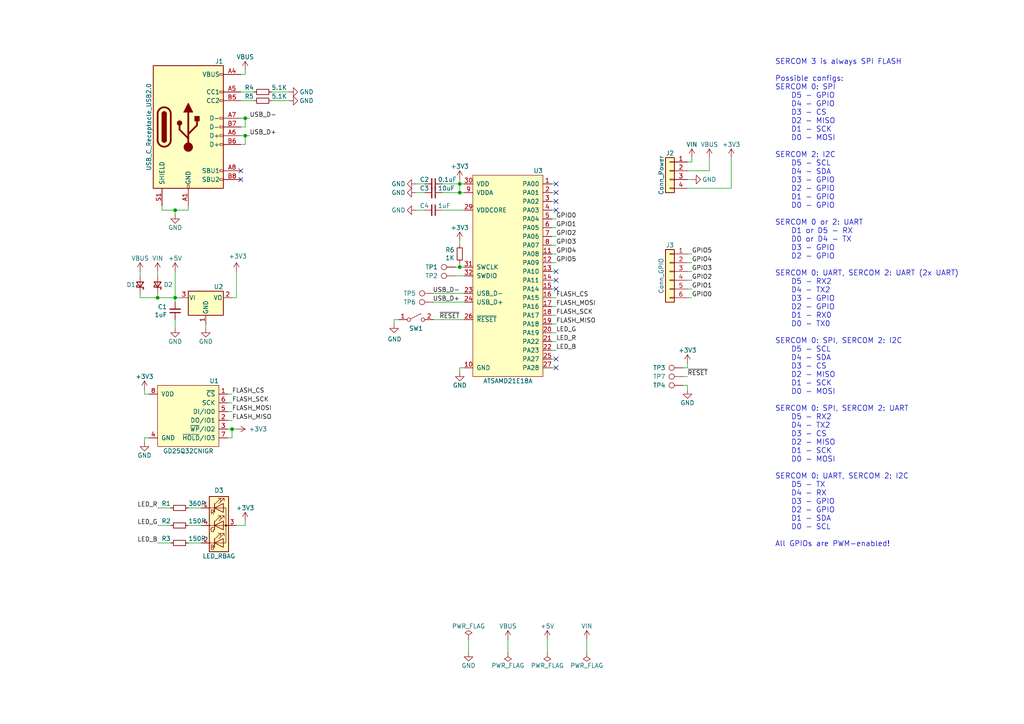
<source format=kicad_sch>
(kicad_sch (version 20230121) (generator eeschema)
  (paper "A4")
  (title_block (title "Serpente") (rev "2"))
  (lib_symbols
    (symbol "Connector:TestPoint" (pin_numbers hide) (pin_names (offset 0.762) hide)
      (property "Reference" "TP" (at 0 6.858 0))
      (property "Value" "TestPoint" (at 0 5.08 0))
      (symbol "TestPoint_0_1"
        (circle (center 0 3.302) (radius 0.762))
      )
      (symbol "TestPoint_1_1"
        (pin passive line (at 0 0 90) (length 2.54) (name "1") (number "1"))
      )
    )
    (symbol "Connector_Generic:Conn_01x04" (pin_names (offset 1.016) hide)
      (property "Reference" "J" (at 0 5.08 0))
      (property "Value" "Conn_01x04" (at 0 -7.62 0))
      (symbol "Conn_01x04_1_1"
        (rectangle (start -1.27 -4.953) (end 0 -5.207) (stroke (width 0.1524)))
        (rectangle (start -1.27 -2.413) (end 0 -2.667) (stroke (width 0.1524)))
        (rectangle (start -1.27 0.127) (end 0 -0.127) (stroke (width 0.1524)))
        (rectangle (start -1.27 2.667) (end 0 2.413) (stroke (width 0.1524)))
        (rectangle (start -1.27 3.81) (end 1.27 -6.35) (stroke (width 0.254)) (fill (type background)))
        (pin passive line (at -5.08 2.54 0) (length 3.81) (name "Pin_1") (number "1"))
        (pin passive line (at -5.08 0 0) (length 3.81) (name "Pin_2") (number "2"))
        (pin passive line (at -5.08 -2.54 0) (length 3.81) (name "Pin_3") (number "3"))
        (pin passive line (at -5.08 -5.08 0) (length 3.81) (name "Pin_4") (number "4"))
      )
    )
    (symbol "Connector_Generic:Conn_01x06" (pin_names (offset 1.016) hide)
      (property "Reference" "J" (at 0 7.62 0))
      (property "Value" "Conn_01x06" (at 0 -10.16 0))
      (symbol "Conn_01x06_1_1"
        (rectangle (start -1.27 -7.493) (end 0 -7.747) (stroke (width 0.1524)))
        (rectangle (start -1.27 -4.953) (end 0 -5.207) (stroke (width 0.1524)))
        (rectangle (start -1.27 -2.413) (end 0 -2.667) (stroke (width 0.1524)))
        (rectangle (start -1.27 0.127) (end 0 -0.127) (stroke (width 0.1524)))
        (rectangle (start -1.27 2.667) (end 0 2.413) (stroke (width 0.1524)))
        (rectangle (start -1.27 5.207) (end 0 4.953) (stroke (width 0.1524)))
        (rectangle (start -1.27 6.35) (end 1.27 -8.89) (stroke (width 0.254)) (fill (type background)))
        (pin passive line (at -5.08 5.08 0) (length 3.81) (name "Pin_1") (number "1"))
        (pin passive line (at -5.08 2.54 0) (length 3.81) (name "Pin_2") (number "2"))
        (pin passive line (at -5.08 0 0) (length 3.81) (name "Pin_3") (number "3"))
        (pin passive line (at -5.08 -2.54 0) (length 3.81) (name "Pin_4") (number "4"))
        (pin passive line (at -5.08 -5.08 0) (length 3.81) (name "Pin_5") (number "5"))
        (pin passive line (at -5.08 -7.62 0) (length 3.81) (name "Pin_6") (number "6"))
      )
    )
    (symbol "Device:C_Small" (pin_numbers hide) (pin_names (offset 0.254) hide)
      (property "Reference" "C" (at 0.254 1.778 0))
      (property "Value" "C_Small" (at 0.254 -2.032 0))
      (symbol "C_Small_0_1"
        (polyline (pts (xy -1.524 -0.508) (xy 1.524 -0.508)) (stroke (width 0.3302)))
        (polyline (pts (xy -1.524 0.508) (xy 1.524 0.508)) (stroke (width 0.3048)))
      )
      (symbol "C_Small_1_1"
        (pin passive line (at 0 2.54 270) (length 2.032) (name "~") (number "1"))
        (pin passive line (at 0 -2.54 90) (length 2.032) (name "~") (number "2"))
      )
    )
    (symbol "Device:D_Schottky_Small" (pin_numbers hide) (pin_names (offset 0.254) hide)
      (property "Reference" "D" (at -1.27 2.032 0))
      (property "Value" "D_Schottky_Small" (at -7.112 -2.032 0))
      (symbol "D_Schottky_Small_0_1"
        (polyline (pts (xy -0.762 0) (xy 0.762 0)))
        (polyline (pts (xy 0.762 -1.016) (xy -0.762 0) (xy 0.762 1.016) (xy 0.762 -1.016)) (stroke (width 0.254)))
        (polyline (pts (xy -1.27 0.762) (xy -1.27 1.016) (xy -0.762 1.016) (xy -0.762 -1.016) (xy -0.254 -1.016) (xy -0.254 -0.762)) (stroke (width 0.254)))
      )
      (symbol "D_Schottky_Small_1_1"
        (pin passive line (at -2.54 0 0) (length 1.778) (name "K") (number "1"))
        (pin passive line (at 2.54 0 180) (length 1.778) (name "A") (number "2"))
      )
    )
    (symbol "Device:R_Small" (pin_numbers hide) (pin_names (offset 0.254) hide)
      (property "Reference" "R" (at 0.762 0.508 0))
      (property "Value" "R_Small" (at 0.762 -1.016 0))
      (symbol "R_Small_0_1"
        (rectangle (start -0.762 1.778) (end 0.762 -1.778) (stroke (width 0.2032)))
      )
      (symbol "R_Small_1_1"
        (pin passive line (at 0 2.54 270) (length 0.762) (name "~") (number "1"))
        (pin passive line (at 0 -2.54 90) (length 0.762) (name "~") (number "2"))
      )
    )
    (symbol "Switch:SW_SPST" (pin_names (offset 0) hide)
      (property "Reference" "SW" (at 0 3.175 0))
      (property "Value" "SW_SPST" (at 0 -2.54 0))
      (symbol "SW_SPST_0_0"
        (circle (center -2.032 0) (radius 0.508))
        (polyline (pts (xy -1.524 0.254) (xy 1.524 1.778)))
        (circle (center 2.032 0) (radius 0.508))
      )
      (symbol "SW_SPST_1_1"
        (pin passive line (at -5.08 0 0) (length 2.54) (name "A") (number "1"))
        (pin passive line (at 5.08 0 180) (length 2.54) (name "B") (number "2"))
      )
    )
    (symbol "power:+5V" (power) (pin_names (offset 0))
      (property "Value" "+5V" (at 0 3.556 0))
      (symbol "+5V_0_1"
        (polyline (pts (xy -0.762 1.27) (xy 0 2.54)))
        (polyline (pts (xy 0 0) (xy 0 2.54)))
        (polyline (pts (xy 0 2.54) (xy 0.762 1.27)))
      )
      (symbol "+5V_1_1"
        (pin power_in line (at 0 0 90) (length 0) hide (name "+5V") (number "1"))
      )
    )
    (symbol "power:GND" (power) (pin_names (offset 0))
      (property "Value" "GND" (at 0 -3.81 0))
      (symbol "GND_0_1"
        (polyline (pts (xy 0 0) (xy 0 -1.27) (xy 1.27 -1.27) (xy 0 -2.54) (xy -1.27 -1.27) (xy 0 -1.27)))
      )
      (symbol "GND_1_1"
        (pin power_in line (at 0 0 270) (length 0) hide (name "GND") (number "1"))
      )
    )
    (symbol "power:PWR_FLAG" (power) (pin_numbers hide) (pin_names (offset 0) hide)
      (property "Value" "PWR_FLAG" (at 0 3.81 0))
      (symbol "PWR_FLAG_0_0"
        (pin power_out line (at 0 0 90) (length 0) (name "pwr") (number "1"))
      )
      (symbol "PWR_FLAG_0_1"
        (polyline (pts (xy 0 0) (xy 0 1.27) (xy -1.016 1.905) (xy 0 2.54) (xy 1.016 1.905) (xy 0 1.27)))
      )
    )
    (symbol "power:VBUS" (power) (pin_names (offset 0))
      (property "Value" "VBUS" (at 0 3.81 0))
      (symbol "VBUS_0_1"
        (polyline (pts (xy -0.762 1.27) (xy 0 2.54)))
        (polyline (pts (xy 0 0) (xy 0 2.54)))
        (polyline (pts (xy 0 2.54) (xy 0.762 1.27)))
      )
      (symbol "VBUS_1_1"
        (pin power_in line (at 0 0 90) (length 0) hide (name "VBUS") (number "1"))
      )
    )
    (symbol "serpente-rescue:+3.3V-power" (power) (pin_names (offset 0))
      (property "Value" "+3.3V-power" (at 0 3.556 0))
      (symbol "+3.3V-power_0_1"
        (polyline (pts (xy -0.762 1.27) (xy 0 2.54)))
        (polyline (pts (xy 0 0) (xy 0 2.54)))
        (polyline (pts (xy 0 2.54) (xy 0.762 1.27)))
      )
      (symbol "+3.3V-power_1_1"
        (pin power_in line (at 0 0 90) (length 0) hide (name "+3V3") (number "1"))
      )
    )
    (symbol "serpente-rescue:ATSAMD21E1xA-MCU_Microchip_SAMD_Extra" (pin_names (offset 1.016))
      (property "Reference" "U" (at 10.16 31.75 0))
      (property "Value" "MCU_Microchip_SAMD_Extra_ATSAMD21E1xA" (at 0 -29.21 0))
      (symbol "ATSAMD21E1xA-MCU_Microchip_SAMD_Extra_0_1"
        (rectangle (start -10.16 30.48) (end 10.16 -27.94) (fill (type background)))
      )
      (symbol "ATSAMD21E1xA-MCU_Microchip_SAMD_Extra_1_1"
        (pin bidirectional line (at 12.7 27.94 180) (length 2.54) (name "PA00") (number "1"))
        (pin power_in line (at -12.7 -25.4 0) (length 2.54) (name "GND") (number "10"))
        (pin bidirectional line (at 12.7 7.62 180) (length 2.54) (name "PA08") (number "11"))
        (pin bidirectional line (at 12.7 5.08 180) (length 2.54) (name "PA09") (number "12"))
        (pin bidirectional line (at 12.7 2.54 180) (length 2.54) (name "PA10") (number "13"))
        (pin bidirectional line (at 12.7 0 180) (length 2.54) (name "PA11") (number "14"))
        (pin bidirectional line (at 12.7 -2.54 180) (length 2.54) (name "PA14") (number "15"))
        (pin bidirectional line (at 12.7 -5.08 180) (length 2.54) (name "PA15") (number "16"))
        (pin bidirectional line (at 12.7 -7.62 180) (length 2.54) (name "PA16") (number "17"))
        (pin bidirectional line (at 12.7 -10.16 180) (length 2.54) (name "PA17") (number "18"))
        (pin bidirectional line (at 12.7 -12.7 180) (length 2.54) (name "PA18") (number "19"))
        (pin bidirectional line (at 12.7 25.4 180) (length 2.54) (name "PA01") (number "2"))
        (pin bidirectional line (at 12.7 -15.24 180) (length 2.54) (name "PA19") (number "20"))
        (pin bidirectional line (at 12.7 -17.78 180) (length 2.54) (name "PA22") (number "21"))
        (pin bidirectional line (at 12.7 -20.32 180) (length 2.54) (name "PA23") (number "22"))
        (pin bidirectional line (at -12.7 -3.81 0) (length 2.54) (name "USB_D-") (number "23"))
        (pin bidirectional line (at -12.7 -6.35 0) (length 2.54) (name "USB_D+") (number "24"))
        (pin bidirectional line (at 12.7 -22.86 180) (length 2.54) (name "PA27") (number "25"))
        (pin input line (at -12.7 -11.43 0) (length 2.54) (name "~{RESET}") (number "26"))
        (pin bidirectional line (at 12.7 -25.4 180) (length 2.54) (name "PA28") (number "27"))
        (pin passive line (at -12.7 -25.4 0) (length 2.54) hide (name "GND") (number "28"))
        (pin power_out line (at -12.7 20.32 0) (length 2.54) (name "VDDCORE") (number "29"))
        (pin bidirectional line (at 12.7 22.86 180) (length 2.54) (name "PA02") (number "3"))
        (pin power_in line (at -12.7 27.94 0) (length 2.54) (name "VDD") (number "30"))
        (pin input line (at -12.7 3.81 0) (length 2.54) (name "SWCLK") (number "31"))
        (pin bidirectional line (at -12.7 1.27 0) (length 2.54) (name "SWDIO") (number "32"))
        (pin bidirectional line (at 12.7 20.32 180) (length 2.54) (name "PA03") (number "4"))
        (pin bidirectional line (at 12.7 17.78 180) (length 2.54) (name "PA04") (number "5"))
        (pin bidirectional line (at 12.7 15.24 180) (length 2.54) (name "PA05") (number "6"))
        (pin bidirectional line (at 12.7 12.7 180) (length 2.54) (name "PA06") (number "7"))
        (pin bidirectional line (at 12.7 10.16 180) (length 2.54) (name "PA07") (number "8"))
        (pin power_in line (at -12.7 25.4 0) (length 2.54) (name "VDDA") (number "9"))
      )
    )
    (symbol "serpente-rescue:GD25Q32C-Memory_Flash_Extra" (pin_names (offset 1.016))
      (property "Reference" "U" (at 8.89 10.16 0))
      (property "Value" "Memory_Flash_Extra_GD25Q32C" (at 0 -10.16 0))
      (symbol "GD25Q32C-Memory_Flash_Extra_0_1"
        (rectangle (start -8.89 8.89) (end 8.89 -8.89) (fill (type background)))
      )
      (symbol "GD25Q32C-Memory_Flash_Extra_1_1"
        (pin input line (at 11.43 6.35 180) (length 2.54) (name "~{CS}") (number "1"))
        (pin bidirectional line (at 11.43 -1.27 180) (length 2.54) (name "DO/IO1") (number "2"))
        (pin bidirectional line (at 11.43 -3.81 180) (length 2.54) (name "~{WP}/IO2") (number "3"))
        (pin power_in line (at -11.43 -6.35 0) (length 2.54) (name "GND") (number "4"))
        (pin bidirectional line (at 11.43 1.27 180) (length 2.54) (name "DI/IO0") (number "5"))
        (pin input line (at 11.43 3.81 180) (length 2.54) (name "SCK") (number "6"))
        (pin bidirectional line (at 11.43 -6.35 180) (length 2.54) (name "~{HOLD}/IO3") (number "7"))
        (pin power_in line (at -11.43 6.35 0) (length 2.54) (name "VDD") (number "8"))
      )
    )
    (symbol "serpente-rescue:LED_RBAG-Device_Extra" (pin_names (offset 0) hide)
      (property "Reference" "D" (at 0 9.398 0))
      (property "Value" "Device_Extra_LED_RBAG" (at 0 -8.89 0))
      (symbol "LED_RBAG-Device_Extra_0_0"
        (text "B" (at -1.905 -6.35 0) (effects (font (size 1.27 1.27))))
        (text "G" (at -1.905 -1.27 0) (effects (font (size 1.27 1.27))))
        (text "R" (at -1.905 3.81 0) (effects (font (size 1.27 1.27))))
      )
      (symbol "LED_RBAG-Device_Extra_0_1"
        (polyline (pts (xy -1.27 -5.08) (xy -2.54 -5.08)))
        (polyline (pts (xy -1.27 -5.08) (xy 1.27 -5.08)))
        (polyline (pts (xy -1.27 -3.81) (xy -1.27 -6.35)))
        (polyline (pts (xy -1.27 -3.81) (xy -1.27 -6.35)) (stroke (width 0.2032)))
        (polyline (pts (xy -1.27 0) (xy -2.54 0)))
        (polyline (pts (xy -1.27 0) (xy 1.27 0)))
        (polyline (pts (xy -1.27 1.27) (xy -1.27 -1.27)) (stroke (width 0.2032)))
        (polyline (pts (xy -1.27 5.08) (xy -2.54 5.08)))
        (polyline (pts (xy -1.27 6.35) (xy -1.27 3.81)) (stroke (width 0.2032)))
        (polyline (pts (xy 1.27 0) (xy 2.54 0)))
        (polyline (pts (xy 1.27 5.08) (xy -1.27 5.08)))
        (polyline (pts (xy -1.27 1.27) (xy -1.27 -1.27) (xy -1.27 -1.27)))
        (polyline (pts (xy -1.27 6.35) (xy -1.27 3.81) (xy -1.27 3.81)))
        (polyline (pts (xy 1.27 -5.08) (xy 2.032 -5.08) (xy 2.032 5.08) (xy 1.27 5.08)))
        (polyline (pts (xy 1.27 -3.81) (xy 1.27 -6.35) (xy -1.27 -5.08) (xy 1.27 -3.81)) (stroke (width 0.2032)))
        (polyline (pts (xy 1.27 1.27) (xy 1.27 -1.27) (xy -1.27 0) (xy 1.27 1.27)) (stroke (width 0.2032)))
        (polyline (pts (xy 1.27 6.35) (xy 1.27 3.81) (xy -1.27 5.08) (xy 1.27 6.35)) (stroke (width 0.2032)))
        (polyline (pts (xy -1.016 -3.81) (xy 0.508 -2.286) (xy -0.254 -2.286) (xy 0.508 -2.286) (xy 0.508 -3.048)))
        (polyline (pts (xy -1.016 1.27) (xy 0.508 2.794) (xy -0.254 2.794) (xy 0.508 2.794) (xy 0.508 2.032)))
        (polyline (pts (xy -1.016 6.35) (xy 0.508 7.874) (xy -0.254 7.874) (xy 0.508 7.874) (xy 0.508 7.112)))
        (polyline (pts (xy 0 -3.81) (xy 1.524 -2.286) (xy 0.762 -2.286) (xy 1.524 -2.286) (xy 1.524 -3.048)))
        (polyline (pts (xy 0 1.27) (xy 1.524 2.794) (xy 0.762 2.794) (xy 1.524 2.794) (xy 1.524 2.032)))
        (polyline (pts (xy 0 6.35) (xy 1.524 7.874) (xy 0.762 7.874) (xy 1.524 7.874) (xy 1.524 7.112)))
        (rectangle (start 1.27 -1.27) (end 1.27 1.27))
        (rectangle (start 1.27 1.27) (end 1.27 1.27))
        (rectangle (start 1.27 3.81) (end 1.27 6.35))
        (rectangle (start 1.27 6.35) (end 1.27 6.35))
        (circle (center 2.032 0) (radius 0.254) (fill (type outline)))
        (rectangle (start 2.794 8.382) (end -2.794 -7.62) (stroke (width 0.254)) (fill (type background)))
      )
      (symbol "LED_RBAG-Device_Extra_1_1"
        (pin passive line (at -5.08 5.08 0) (length 2.54) (name "RK") (number "1"))
        (pin passive line (at -5.08 -5.08 0) (length 2.54) (name "BK") (number "2"))
        (pin passive line (at 5.08 0 180) (length 2.54) (name "A") (number "3"))
        (pin passive line (at -5.08 0 0) (length 2.54) (name "GK") (number "4"))
      )
    )
    (symbol "serpente-rescue:MCP1700-3302E_SOT23-Regulator_Linear" (pin_names (offset 0.254))
      (property "Reference" "U" (at -3.81 3.175 0))
      (property "Value" "Regulator_Linear_MCP1700-3302E_SOT23" (at 0 3.175 0))
      (symbol "MCP1700-3302E_SOT23-Regulator_Linear_0_1"
        (rectangle (start -5.08 1.905) (end 5.08 -5.08) (stroke (width 0.254)) (fill (type background)))
      )
      (symbol "MCP1700-3302E_SOT23-Regulator_Linear_1_1"
        (pin power_in line (at 0 -7.62 90) (length 2.54) (name "GND") (number "1"))
        (pin power_out line (at 7.62 0 180) (length 2.54) (name "VO") (number "2"))
        (pin power_in line (at -7.62 0 0) (length 2.54) (name "VI") (number "3"))
      )
    )
    (symbol "serpente-rescue:USB_C_Receptacle_USB2.0-Connector" (pin_names (offset 1.016))
      (property "Reference" "J" (at -10.16 19.05 0))
      (property "Value" "Connector_USB_C_Receptacle_USB2.0" (at 19.05 19.05 0))
      (symbol "USB_C_Receptacle_USB2.0-Connector_0_0"
        (rectangle (start -0.254 -17.78) (end 0.254 -16.764))
        (rectangle (start 10.16 -14.986) (end 9.144 -15.494))
        (rectangle (start 10.16 -12.446) (end 9.144 -12.954))
        (rectangle (start 10.16 -4.826) (end 9.144 -5.334))
        (rectangle (start 10.16 -2.286) (end 9.144 -2.794))
        (rectangle (start 10.16 0.254) (end 9.144 -0.254))
        (rectangle (start 10.16 2.794) (end 9.144 2.286))
        (rectangle (start 10.16 7.874) (end 9.144 7.366))
        (rectangle (start 10.16 10.414) (end 9.144 9.906))
        (rectangle (start 10.16 15.494) (end 9.144 14.986))
      )
      (symbol "USB_C_Receptacle_USB2.0-Connector_0_1"
        (rectangle (start -10.16 17.78) (end 10.16 -17.78) (stroke (width 0.254)) (fill (type background)))
        (arc (start -8.89 -3.81) (mid -6.985 -5.7067) (end -5.08 -3.81) (stroke (width 0.508)))
        (arc (start -7.62 -3.81) (mid -6.985 -4.4423) (end -6.35 -3.81) (stroke (width 0.254)))
        (arc (start -7.62 -3.81) (mid -6.985 -4.4423) (end -6.35 -3.81) (stroke (width 0.254)) (fill (type outline)))
        (rectangle (start -7.62 -3.81) (end -6.35 3.81) (stroke (width 0.254)) (fill (type outline)))
        (arc (start -6.35 3.81) (mid -6.985 4.4423) (end -7.62 3.81) (stroke (width 0.254)))
        (arc (start -6.35 3.81) (mid -6.985 4.4423) (end -7.62 3.81) (stroke (width 0.254)) (fill (type outline)))
        (arc (start -5.08 3.81) (mid -6.985 5.7067) (end -8.89 3.81) (stroke (width 0.508)))
        (circle (center -2.54 1.143) (radius 0.635) (stroke (width 0.254)) (fill (type outline)))
        (circle (center 0 -5.842) (radius 1.27) (fill (type outline)))
        (polyline (pts (xy -8.89 -3.81) (xy -8.89 3.81)) (stroke (width 0.508)))
        (polyline (pts (xy -5.08 3.81) (xy -5.08 -3.81)) (stroke (width 0.508)))
        (polyline (pts (xy 0 -5.842) (xy 0 4.318)) (stroke (width 0.508)))
        (polyline (pts (xy 0 -3.302) (xy -2.54 -0.762) (xy -2.54 0.508)) (stroke (width 0.508)))
        (polyline (pts (xy 0 -2.032) (xy 2.54 0.508) (xy 2.54 1.778)) (stroke (width 0.508)))
        (polyline (pts (xy -1.27 4.318) (xy 0 6.858) (xy 1.27 4.318) (xy -1.27 4.318)) (stroke (width 0.254)) (fill (type outline)))
        (rectangle (start 1.905 1.778) (end 3.175 3.048) (stroke (width 0.254)) (fill (type outline)))
      )
      (symbol "USB_C_Receptacle_USB2.0-Connector_1_1"
        (pin power_in line (at 0 -22.86 90) (length 5.08) (name "GND") (number "A1"))
        (pin passive line (at 0 -22.86 90) (length 5.08) hide (name "GND") (number "A12"))
        (pin power_in line (at 15.24 15.24 180) (length 5.08) (name "VBUS") (number "A4"))
        (pin bidirectional line (at 15.24 10.16 180) (length 5.08) (name "CC1") (number "A5"))
        (pin bidirectional line (at 15.24 -2.54 180) (length 5.08) (name "D+") (number "A6"))
        (pin bidirectional line (at 15.24 2.54 180) (length 5.08) (name "D-") (number "A7"))
        (pin bidirectional line (at 15.24 -12.7 180) (length 5.08) (name "SBU1") (number "A8"))
        (pin passive line (at 15.24 15.24 180) (length 5.08) hide (name "VBUS") (number "A9"))
        (pin passive line (at 0 -22.86 90) (length 5.08) hide (name "GND") (number "B1"))
        (pin passive line (at 0 -22.86 90) (length 5.08) hide (name "GND") (number "B12"))
        (pin passive line (at 15.24 15.24 180) (length 5.08) hide (name "VBUS") (number "B4"))
        (pin bidirectional line (at 15.24 7.62 180) (length 5.08) (name "CC2") (number "B5"))
        (pin bidirectional line (at 15.24 -5.08 180) (length 5.08) (name "D+") (number "B6"))
        (pin bidirectional line (at 15.24 0 180) (length 5.08) (name "D-") (number "B7"))
        (pin bidirectional line (at 15.24 -15.24 180) (length 5.08) (name "SBU2") (number "B8"))
        (pin passive line (at 15.24 15.24 180) (length 5.08) hide (name "VBUS") (number "B9"))
        (pin passive line (at -7.62 -22.86 90) (length 5.08) (name "SHIELD") (number "S1"))
      )
    )
    (symbol "serpente-rescue:VIN-power_extra" (power) (pin_names (offset 0))
      (property "Value" "VIN-power_extra" (at 0 3.556 0))
      (symbol "VIN-power_extra_0_1"
        (polyline (pts (xy -0.762 1.27) (xy 0 2.54)))
        (polyline (pts (xy 0 0) (xy 0 2.54)))
        (polyline (pts (xy 0 2.54) (xy 0.762 1.27)))
      )
      (symbol "VIN-power_extra_1_1"
        (pin power_in line (at 0 0 90) (length 0) hide (name "VIN") (number "1"))
      )
    )
  )
  (junction (at 50.8 86.36))
  (junction (at 50.8 60.96))
  (junction (at 71.12 34.29))
  (junction (at 133.35 55.88))
  (junction (at 67.31 124.46))
  (junction (at 45.72 86.36))
  (junction (at 133.35 53.34))
  (junction (at 133.35 77.47))
  (junction (at 71.12 39.37))
  (no_connect (at 161.29 106.68))
  (no_connect (at 161.29 104.14))
  (no_connect (at 161.29 60.96))
  (no_connect (at 69.85 49.53))
  (no_connect (at 161.29 55.88))
  (no_connect (at 161.29 78.74))
  (no_connect (at 161.29 83.82))
  (no_connect (at 161.29 81.28))
  (no_connect (at 69.85 52.07))
  (no_connect (at 161.29 53.34))
  (no_connect (at 161.29 58.42))
  (wire (pts (xy 41.91 114.3) (xy 41.91 113.03)))
  (wire (pts (xy 133.35 77.47) (xy 133.35 76.2)))
  (wire (pts (xy 199.39 83.82) (xy 200.66 83.82)))
  (wire (pts (xy 45.72 86.36) (xy 50.8 86.36)))
  (wire (pts (xy 125.73 85.09) (xy 134.62 85.09)))
  (wire (pts (xy 49.53 152.4) (xy 45.72 152.4)))
  (wire (pts (xy 133.35 53.34) (xy 128.27 53.34)))
  (wire (pts (xy 160.02 99.06) (xy 161.29 99.06)))
  (wire (pts (xy 66.04 121.92) (xy 67.31 121.92)))
  (wire (pts (xy 50.8 60.96) (xy 54.61 60.96)))
  (wire (pts (xy 160.02 83.82) (xy 161.29 83.82)))
  (wire (pts (xy 50.8 86.36) (xy 50.8 87.63)))
  (wire (pts (xy 66.04 114.3) (xy 67.31 114.3)))
  (wire (pts (xy 205.74 49.53) (xy 205.74 45.72)))
  (wire (pts (xy 199.39 49.53) (xy 205.74 49.53)))
  (wire (pts (xy 40.64 86.36) (xy 40.64 85.09)))
  (wire (pts (xy 67.31 86.36) (xy 68.58 86.36)))
  (wire (pts (xy 69.85 34.29) (xy 71.12 34.29)))
  (wire (pts (xy 133.35 77.47) (xy 132.08 77.47)))
  (wire (pts (xy 160.02 104.14) (xy 161.29 104.14)))
  (wire (pts (xy 54.61 60.96) (xy 54.61 59.69)))
  (wire (pts (xy 198.12 109.22) (xy 199.39 109.22)))
  (wire (pts (xy 160.02 73.66) (xy 161.29 73.66)))
  (wire (pts (xy 199.39 78.74) (xy 200.66 78.74)))
  (wire (pts (xy 160.02 58.42) (xy 161.29 58.42)))
  (wire (pts (xy 68.58 86.36) (xy 68.58 78.74)))
  (wire (pts (xy 125.73 92.71) (xy 134.62 92.71)))
  (wire (pts (xy 66.04 116.84) (xy 67.31 116.84)))
  (wire (pts (xy 71.12 152.4) (xy 71.12 151.13)))
  (wire (pts (xy 160.02 63.5) (xy 161.29 63.5)))
  (wire (pts (xy 134.62 55.88) (xy 133.35 55.88)))
  (wire (pts (xy 52.07 86.36) (xy 50.8 86.36)))
  (wire (pts (xy 160.02 106.68) (xy 161.29 106.68)))
  (wire (pts (xy 69.85 29.21) (xy 73.66 29.21)))
  (wire (pts (xy 43.18 127) (xy 41.91 127)))
  (wire (pts (xy 134.62 53.34) (xy 133.35 53.34)))
  (wire (pts (xy 160.02 55.88) (xy 161.29 55.88)))
  (wire (pts (xy 212.09 54.61) (xy 212.09 45.72)))
  (wire (pts (xy 41.91 127) (xy 41.91 128.27)))
  (wire (pts (xy 158.75 185.42) (xy 158.75 189.23)))
  (wire (pts (xy 71.12 41.91) (xy 71.12 39.37)))
  (wire (pts (xy 160.02 60.96) (xy 161.29 60.96)))
  (wire (pts (xy 199.39 111.76) (xy 199.39 113.03)))
  (wire (pts (xy 160.02 101.6) (xy 161.29 101.6)))
  (wire (pts (xy 45.72 85.09) (xy 45.72 86.36)))
  (wire (pts (xy 69.85 41.91) (xy 71.12 41.91)))
  (wire (pts (xy 160.02 68.58) (xy 161.29 68.58)))
  (wire (pts (xy 40.64 80.01) (xy 40.64 78.74)))
  (wire (pts (xy 68.58 152.4) (xy 71.12 152.4)))
  (wire (pts (xy 45.72 86.36) (xy 40.64 86.36)))
  (wire (pts (xy 147.32 185.42) (xy 147.32 189.23)))
  (wire (pts (xy 46.99 60.96) (xy 50.8 60.96)))
  (wire (pts (xy 69.85 26.67) (xy 73.66 26.67)))
  (wire (pts (xy 54.61 157.48) (xy 58.42 157.48)))
  (wire (pts (xy 123.19 55.88) (xy 120.65 55.88)))
  (wire (pts (xy 67.31 127) (xy 67.31 124.46)))
  (wire (pts (xy 45.72 80.01) (xy 45.72 78.74)))
  (wire (pts (xy 45.72 157.48) (xy 49.53 157.48)))
  (wire (pts (xy 160.02 66.04) (xy 161.29 66.04)))
  (wire (pts (xy 66.04 119.38) (xy 67.31 119.38)))
  (wire (pts (xy 199.39 86.36) (xy 200.66 86.36)))
  (wire (pts (xy 115.57 92.71) (xy 114.3 92.71)))
  (wire (pts (xy 135.89 185.42) (xy 135.89 189.23)))
  (wire (pts (xy 69.85 21.59) (xy 71.12 21.59)))
  (wire (pts (xy 199.39 73.66) (xy 200.66 73.66)))
  (wire (pts (xy 133.35 53.34) (xy 133.35 52.07)))
  (wire (pts (xy 67.31 124.46) (xy 68.58 124.46)))
  (wire (pts (xy 160.02 81.28) (xy 161.29 81.28)))
  (wire (pts (xy 128.27 55.88) (xy 133.35 55.88)))
  (wire (pts (xy 123.19 60.96) (xy 120.65 60.96)))
  (wire (pts (xy 71.12 21.59) (xy 71.12 20.32)))
  (wire (pts (xy 46.99 59.69) (xy 46.99 60.96)))
  (wire (pts (xy 54.61 152.4) (xy 58.42 152.4)))
  (wire (pts (xy 199.39 46.99) (xy 200.66 46.99)))
  (wire (pts (xy 133.35 106.68) (xy 133.35 107.95)))
  (wire (pts (xy 123.19 53.34) (xy 120.65 53.34)))
  (wire (pts (xy 200.66 46.99) (xy 200.66 45.72)))
  (wire (pts (xy 43.18 114.3) (xy 41.91 114.3)))
  (wire (pts (xy 50.8 60.96) (xy 50.8 62.23)))
  (wire (pts (xy 71.12 39.37) (xy 72.39 39.37)))
  (wire (pts (xy 134.62 60.96) (xy 128.27 60.96)))
  (wire (pts (xy 50.8 92.71) (xy 50.8 95.25)))
  (wire (pts (xy 199.39 54.61) (xy 212.09 54.61)))
  (wire (pts (xy 71.12 34.29) (xy 72.39 34.29)))
  (wire (pts (xy 66.04 127) (xy 67.31 127)))
  (wire (pts (xy 114.3 92.71) (xy 114.3 93.98)))
  (wire (pts (xy 160.02 91.44) (xy 161.29 91.44)))
  (wire (pts (xy 71.12 36.83) (xy 71.12 34.29)))
  (wire (pts (xy 160.02 88.9) (xy 161.29 88.9)))
  (wire (pts (xy 133.35 55.88) (xy 133.35 53.34)))
  (wire (pts (xy 198.12 106.68) (xy 199.39 106.68)))
  (wire (pts (xy 134.62 106.68) (xy 133.35 106.68)))
  (wire (pts (xy 160.02 71.12) (xy 161.29 71.12)))
  (wire (pts (xy 125.73 87.63) (xy 134.62 87.63)))
  (wire (pts (xy 199.39 76.2) (xy 200.66 76.2)))
  (wire (pts (xy 69.85 36.83) (xy 71.12 36.83)))
  (wire (pts (xy 134.62 77.47) (xy 133.35 77.47)))
  (wire (pts (xy 50.8 86.36) (xy 50.8 78.74)))
  (wire (pts (xy 199.39 52.07) (xy 200.66 52.07)))
  (wire (pts (xy 170.18 185.42) (xy 170.18 189.23)))
  (wire (pts (xy 160.02 78.74) (xy 161.29 78.74)))
  (wire (pts (xy 78.74 26.67) (xy 83.82 26.67)))
  (wire (pts (xy 160.02 96.52) (xy 161.29 96.52)))
  (wire (pts (xy 199.39 81.28) (xy 200.66 81.28)))
  (wire (pts (xy 160.02 93.98) (xy 161.29 93.98)))
  (wire (pts (xy 78.74 29.21) (xy 83.82 29.21)))
  (wire (pts (xy 199.39 106.68) (xy 199.39 105.41)))
  (wire (pts (xy 59.69 93.98) (xy 59.69 95.25)))
  (wire (pts (xy 133.35 71.12) (xy 133.35 69.85)))
  (wire (pts (xy 134.62 80.01) (xy 132.08 80.01)))
  (wire (pts (xy 160.02 76.2) (xy 161.29 76.2)))
  (wire (pts (xy 160.02 86.36) (xy 161.29 86.36)))
  (wire (pts (xy 160.02 53.34) (xy 161.29 53.34)))
  (wire (pts (xy 54.61 147.32) (xy 58.42 147.32)))
  (wire (pts (xy 66.04 124.46) (xy 67.31 124.46)))
  (wire (pts (xy 49.53 147.32) (xy 45.72 147.32)))
  (wire (pts (xy 71.12 39.37) (xy 69.85 39.37)))
  (wire (pts (xy 198.12 111.76) (xy 199.39 111.76)))
  (text "SERCOM 3 is always SPI FLASH\n\nPossible configs:\nSERCOM 0: SPI\n    D5 - GPIO\n    D4 - GPIO\n    D3 - CS\n    D2 - MISO\n    D1 - SCK\n    D0 - MOSI\n    \nSERCOM 2: I2C\n    D5 - SCL\n    D4 - SDA\n    D3 - GPIO\n    D2 - GPIO\n    D1 - GPIO\n    D0 - GPIO\n\nSERCOM 0 or 2: UART\n    D1 or D5 - RX\n    D0 or D4 - TX\n    D3 - GPIO\n    D2 - GPIO\n\nSERCOM 0: UART, SERCOM 2: UART (2x UART)\n    D5 - RX2\n    D4 - TX2\n    D3 - GPIO\n    D2 - GPIO\n    D1 - RX0\n    D0 - TX0\n\nSERCOM 0: SPI, SERCOM 2: I2C\n    D5 - SCL\n    D4 - SDA\n    D3 - CS\n    D2 - MISO\n    D1 - SCK\n    D0 - MOSI\n\nSERCOM 0: SPI, SERCOM 2: UART\n    D5 - RX2\n    D4 - TX2\n    D3 - CS\n    D2 - MISO\n    D1 - SCK\n    D0 - MOSI\n\nSERCOM 0: UART, SERCOM 2: I2C\n    D5 - TX\n    D4 - RX\n    D3 - GPIO\n    D2 - GPIO\n    D1 - SDA\n    D0 - SCL\n\nAll GPIOs are PWM-enabled!" (at 224.79 158.75 0) (effects (font (size 1.524 1.524)) (justify left bottom)))
  (label "LED_B" (at 161.29 101.6 0))
  (label "USB_D-" (at 133.35 85.09 180))
  (label "FLASH_CS" (at 161.29 86.36 0))
  (label "USB_D-" (at 72.39 34.29 0))
  (label "GPIO4" (at 200.66 76.2 0))
  (label "GPIO1" (at 200.66 83.82 0))
  (label "LED_R" (at 161.29 99.06 0))
  (label "USB_D+" (at 133.35 87.63 180))
  (label "FLASH_SCK" (at 67.31 116.84 0))
  (label "GPIO5" (at 161.29 76.2 0))
  (label "~{RESET}" (at 133.35 92.71 180))
  (label "FLASH_MISO" (at 67.31 121.92 0))
  (label "GPIO1" (at 161.29 66.04 0))
  (label "USB_D+" (at 72.39 39.37 0))
  (label "GPIO0" (at 161.29 63.5 0))
  (label "GPIO0" (at 200.66 86.36 0))
  (label "FLASH_MISO" (at 161.29 93.98 0))
  (label "LED_G" (at 161.29 96.52 0))
  (label "FLASH_CS" (at 67.31 114.3 0))
  (label "~{RESET}" (at 199.39 109.22 0))
  (label "LED_B" (at 45.72 157.48 180))
  (label "LED_R" (at 45.72 147.32 180))
  (label "GPIO2" (at 161.29 68.58 0))
  (label "FLASH_SCK" (at 161.29 91.44 0))
  (label "FLASH_MOSI" (at 161.29 88.9 0))
  (label "GPIO3" (at 200.66 78.74 0))
  (label "GPIO4" (at 161.29 73.66 0))
  (label "GPIO5" (at 200.66 73.66 0))
  (label "GPIO2" (at 200.66 81.28 0))
  (label "LED_G" (at 45.72 152.4 180))
  (label "GPIO3" (at 161.29 71.12 0))
  (label "FLASH_MOSI" (at 67.31 119.38 0))
  (symbol (lib_id "power:GND") (at 50.8 62.23 0) (unit 1)
    (property "Reference" "#PWR04" (effects hide))
    (property "Value" "GND" (at 50.8 66.04 0))
  )
  (symbol (lib_id "power:VBUS") (at 71.12 20.32 0) (unit 1)
    (property "Reference" "#PWR012" (effects hide))
    (property "Value" "VBUS" (at 71.12 16.51 0))
  )
  (symbol (lib_id "serpente-rescue:USB_C_Receptacle_USB2.0-Connector") (at 54.61 36.83 0) (unit 1)
    (property "Reference" "J1" (at 64.77 17.78 0) (effects (justify right)))
    (property "Value" "USB_C_Receptacle_USB2.0" (at 43.18 36.83 90))
    (property "Footprint" "Connector_USB_Extra:USB_C_Receptacle_GT-USB-7010" (effects hide))
    (property "Datasheet" "https://www.usb.org/sites/default/files/documents/usb_type-c.zip" (effects hide))
    (property "LCSC" "C319148" (effects hide))
  )
  (symbol (lib_id "serpente-rescue:MCP1700-3302E_SOT23-Regulator_Linear") (at 59.69 86.36 0) (unit 1)
    (property "Reference" "U2" (at 64.77 83.185 0) (effects (justify right)))
    (property "Value" "MCP1700-3302E_SOT23" (effects hide))
    (property "Footprint" "Package_TO_SOT_SMD:SOT-23" (effects hide))
    (property "Datasheet" "http://ww1.microchip.com/downloads/en/DeviceDoc/20001826D.pdf" (effects hide))
    (property "LCSC" "C83932" (effects hide))
  )
  (symbol (lib_id "power:GND") (at 59.69 95.25 0) (unit 1)
    (property "Reference" "#PWR09" (effects hide))
    (property "Value" "GND" (at 59.69 99.06 0))
  )
  (symbol (lib_id "Device:D_Schottky_Small") (at 40.64 82.55 270) (mirror x) (unit 1)
    (property "Reference" "D1" (at 39.37 82.55 90) (effects (justify right)))
    (property "Value" "D_Schottky_Small" (effects hide))
    (property "Footprint" "Diode_SMD:D_SOD-323_HandSoldering" (effects hide))
    (property "LCSC" "C114023" (effects hide))
  )
  (symbol (lib_id "Device:D_Schottky_Small") (at 45.72 82.55 270) (mirror x) (unit 1)
    (property "Reference" "D2" (at 47.4472 82.55 90) (effects (justify left)))
    (property "Value" "D_Schottky_Small" (effects hide))
    (property "Footprint" "Diode_SMD:D_SOD-323_HandSoldering" (effects hide))
    (property "LCSC" "C114023" (effects hide))
  )
  (symbol (lib_id "power:VBUS") (at 40.64 78.74 0) (unit 1)
    (property "Reference" "#PWR02" (effects hide))
    (property "Value" "VBUS" (at 40.64 74.93 0))
  )
  (symbol (lib_id "serpente-rescue:+3.3V-power") (at 68.58 78.74 0) (unit 1)
    (property "Reference" "#PWR011" (effects hide))
    (property "Value" "+3.3V" (at 68.961 74.3458 0))
  )
  (symbol (lib_id "Device:C_Small") (at 50.8 90.17 0) (mirror x) (unit 1)
    (property "Reference" "C1" (at 48.4632 89.0016 0) (effects (justify right)))
    (property "Value" "1uF" (at 48.4632 91.313 0) (effects (justify right)))
    (property "Footprint" "Capacitor_SMD:C_0603_1608Metric" (effects hide))
  )
  (symbol (lib_id "power:GND") (at 50.8 95.25 0) (unit 1)
    (property "Reference" "#PWR06" (effects hide))
    (property "Value" "GND" (at 50.8 99.06 0))
  )
  (symbol (lib_id "Switch:SW_SPST") (at 120.65 92.71 0) (unit 1)
    (property "Reference" "SW1" (at 120.65 95.25 0))
    (property "Value" "SW_RESET" (effects hide))
    (property "Footprint" "Button_Switch_SMD:SW_SPST_B3U-1000P-B" (effects hide))
    (property "LCSC" "C128937" (effects hide))
  )
  (symbol (lib_id "power:GND") (at 114.3 93.98 0) (unit 1)
    (property "Reference" "#PWR018" (effects hide))
    (property "Value" "GND" (at 114.427 98.3742 0))
  )
  (symbol (lib_id "serpente-rescue:GD25Q32C-Memory_Flash_Extra") (at 54.61 120.65 0) (unit 1)
    (property "Reference" "U1" (at 63.5 110.49 0) (effects (justify right)))
    (property "Value" "GD25Q32CNIGR" (at 54.61 130.81 0))
    (property "Footprint" "Package_SON_Extra:USON-8_3x4mm_P0.8mm" (effects hide))
  )
  (symbol (lib_id "serpente-rescue:ATSAMD21E1xA-MCU_Microchip_SAMD_Extra") (at 147.32 81.28 0) (unit 1)
    (property "Reference" "U3" (at 157.48 49.53 0) (effects (justify right)))
    (property "Value" "ATSAMD21E18A" (at 147.32 110.49 0))
    (property "Footprint" "Package_DFN_QFN:QFN-32-1EP_5x5mm_P0.5mm_EP3.6x3.6mm" (effects hide))
  )
  (symbol (lib_id "power:GND") (at 133.35 107.95 0) (unit 1)
    (property "Reference" "#PWR021" (effects hide))
    (property "Value" "GND" (at 133.35 111.76 0))
  )
  (symbol (lib_id "Device:R_Small") (at 133.35 73.66 0) (mirror x) (unit 1)
    (property "Reference" "R6" (at 131.8514 72.4916 0) (effects (justify right)))
    (property "Value" "1K" (at 131.8514 74.803 0) (effects (justify right)))
    (property "Footprint" "Resistor_SMD:R_0603_1608Metric" (effects hide))
  )
  (symbol (lib_id "serpente-rescue:+3.3V-power") (at 133.35 69.85 0) (unit 1)
    (property "Reference" "#PWR020" (effects hide))
    (property "Value" "+3.3V" (at 133.35 66.04 0))
  )
  (symbol (lib_id "serpente-rescue:+3.3V-power") (at 133.35 52.07 0) (unit 1)
    (property "Reference" "#PWR019" (effects hide))
    (property "Value" "+3.3V" (at 133.35 48.26 0))
  )
  (symbol (lib_id "Connector:TestPoint") (at 132.08 77.47 90) (unit 1)
    (property "Reference" "TP1" (at 127 77.47 90) (effects (justify left)))
    (property "Value" "TP_SWCLK" (effects hide))
    (property "Footprint" "TestPoint:TestPoint_Pad_D1.0mm" (effects hide))
  )
  (symbol (lib_id "Connector:TestPoint") (at 132.08 80.01 90) (unit 1)
    (property "Reference" "TP2" (at 127 80.01 90) (effects (justify left)))
    (property "Value" "TP_SWDIO" (effects hide))
    (property "Footprint" "TestPoint:TestPoint_Pad_D1.0mm" (effects hide))
  )
  (symbol (lib_id "Device:C_Small") (at 125.73 60.96 270) (unit 1)
    (property "Reference" "C4" (at 124.46 59.69 90) (effects (justify right)))
    (property "Value" "1uF" (at 127 59.69 90) (effects (justify left)))
    (property "Footprint" "Capacitor_SMD:C_0603_1608Metric" (effects hide))
  )
  (symbol (lib_id "power:GND") (at 120.65 60.96 270) (unit 1)
    (property "Reference" "#PWR017" (effects hide))
    (property "Value" "GND" (at 115.57 60.96 90))
  )
  (symbol (lib_id "Device:C_Small") (at 125.73 53.34 270) (unit 1)
    (property "Reference" "C2" (at 124.46 52.07 90) (effects (justify right)))
    (property "Value" "0.1uF" (at 127 52.07 90) (effects (justify left)))
    (property "Footprint" "Capacitor_SMD:C_0603_1608Metric" (effects hide))
  )
  (symbol (lib_id "power:GND") (at 120.65 53.34 270) (unit 1)
    (property "Reference" "#PWR015" (effects hide))
    (property "Value" "GND" (at 115.57 53.34 90))
  )
  (symbol (lib_id "Device:C_Small") (at 125.73 55.88 270) (unit 1)
    (property "Reference" "C3" (at 124.46 54.61 90) (effects (justify right)))
    (property "Value" "10uF" (at 127 54.61 90) (effects (justify left)))
    (property "Footprint" "Capacitor_SMD:C_0603_1608Metric" (effects hide))
  )
  (symbol (lib_id "power:GND") (at 120.65 55.88 270) (unit 1)
    (property "Reference" "#PWR016" (effects hide))
    (property "Value" "GND" (at 115.57 55.88 90))
  )
  (symbol (lib_id "serpente-rescue:+3.3V-power") (at 68.58 124.46 270) (unit 1)
    (property "Reference" "#PWR0104" (effects hide))
    (property "Value" "+3.3V" (at 77.47 124.46 90) (effects (justify right)))
  )
  (symbol (lib_id "Device:R_Small") (at 76.2 26.67 270) (unit 1)
    (property "Reference" "R4" (at 73.66 25.4 90) (effects (justify right)))
    (property "Value" "5.1K" (at 78.74 25.4 90) (effects (justify left)))
    (property "Footprint" "Resistor_SMD:R_0603_1608Metric" (effects hide))
  )
  (symbol (lib_id "Device:R_Small") (at 76.2 29.21 270) (unit 1)
    (property "Reference" "R5" (at 73.66 27.94 90) (effects (justify right)))
    (property "Value" "5.1K" (at 78.74 27.94 90) (effects (justify left)))
    (property "Footprint" "Resistor_SMD:R_0603_1608Metric" (effects hide))
  )
  (symbol (lib_id "serpente-rescue:VIN-power_extra") (at 170.18 185.42 0) (unit 1)
    (property "Reference" "#PWR0105" (effects hide))
    (property "Value" "VIN" (at 170.18 181.61 0))
  )
  (symbol (lib_id "serpente-rescue:VIN-power_extra") (at 200.66 45.72 0) (unit 1)
    (property "Reference" "#PWR0106" (effects hide))
    (property "Value" "VIN" (at 200.66 41.91 0))
  )
  (symbol (lib_id "power:+5V") (at 50.8 78.74 0) (unit 1)
    (property "Reference" "#PWR05" (effects hide))
    (property "Value" "+5V" (at 50.8 74.93 0))
  )
  (symbol (lib_id "Connector_Generic:Conn_01x04") (at 194.31 49.53 0) (mirror y) (unit 1)
    (property "Reference" "J2" (at 194.31 44.45 0))
    (property "Value" "Conn_Power" (at 191.77 50.8 90))
    (property "Footprint" "Connector_PinHeader_2.54mm_Extra:PinHeader_1x04_P2.54mm_Vertical_Castellated" (effects hide))
  )
  (symbol (lib_id "power:GND") (at 200.66 52.07 90) (unit 1)
    (property "Reference" "#PWR025" (effects hide))
    (property "Value" "GND" (at 205.74 52.07 90))
  )
  (symbol (lib_id "power:VBUS") (at 205.74 45.72 0) (unit 1)
    (property "Reference" "#PWR026" (effects hide))
    (property "Value" "VBUS" (at 205.74 41.91 0))
  )
  (symbol (lib_id "Connector_Generic:Conn_01x06") (at 194.31 78.74 0) (mirror y) (unit 1)
    (property "Reference" "J3" (at 194.31 71.12 0))
    (property "Value" "Conn_GPIO" (at 191.77 80.01 90))
    (property "Footprint" "Connector_PinHeader_2.54mm_Extra:PinHeader_1x06_P2.54mm_Vertical_Castellated" (effects hide))
  )
  (symbol (lib_id "Connector:TestPoint") (at 198.12 106.68 90) (unit 1)
    (property "Reference" "TP3" (at 193.04 106.68 90) (effects (justify left)))
    (property "Value" "TP_VDD" (effects hide))
    (property "Footprint" "TestPoint:TestPoint_Pad_D1.0mm" (effects hide))
  )
  (symbol (lib_id "Connector:TestPoint") (at 198.12 111.76 90) (unit 1)
    (property "Reference" "TP4" (at 193.04 111.76 90) (effects (justify left)))
    (property "Value" "TP_GND" (effects hide))
    (property "Footprint" "TestPoint:TestPoint_Pad_D1.0mm" (effects hide))
  )
  (symbol (lib_id "power:GND") (at 199.39 113.03 0) (unit 1)
    (property "Reference" "#PWR023" (effects hide))
    (property "Value" "GND" (at 199.39 116.84 0))
  )
  (symbol (lib_id "serpente-rescue:+3.3V-power") (at 199.39 105.41 0) (unit 1)
    (property "Reference" "#PWR022" (effects hide))
    (property "Value" "+3.3V" (at 199.39 101.6 0))
  )
  (symbol (lib_id "serpente-rescue:VIN-power_extra") (at 45.72 78.74 0) (unit 1)
    (property "Reference" "#PWR0107" (effects hide))
    (property "Value" "VIN" (at 45.72 74.93 0))
  )
  (symbol (lib_id "serpente-rescue:LED_RBAG-Device_Extra") (at 63.5 152.4 0) (unit 1)
    (property "Reference" "D3" (at 63.5 142.24 0))
    (property "Value" "LED_RBAG" (at 63.5 161.29 0))
    (property "Footprint" "LED_SMD:LED_Cree-PLCC4_2x2mm_CW" (effects hide))
    (property "LCSC" "C108793" (effects hide))
  )
  (symbol (lib_id "Device:R_Small") (at 52.07 147.32 270) (unit 1)
    (property "Reference" "R1" (at 49.53 146.05 90) (effects (justify right)))
    (property "Value" "360R" (at 54.61 146.05 90) (effects (justify left)))
    (property "Footprint" "Resistor_SMD:R_0603_1608Metric" (effects hide))
  )
  (symbol (lib_id "Device:R_Small") (at 52.07 152.4 270) (unit 1)
    (property "Reference" "R2" (at 49.53 151.13 90) (effects (justify right)))
    (property "Value" "150R" (at 54.61 151.13 90) (effects (justify left)))
    (property "Footprint" "Resistor_SMD:R_0603_1608Metric" (effects hide))
  )
  (symbol (lib_id "Device:R_Small") (at 52.07 157.48 270) (unit 1)
    (property "Reference" "R3" (at 49.53 156.21 90) (effects (justify right)))
    (property "Value" "150R" (at 54.61 156.21 90) (effects (justify left)))
    (property "Footprint" "Resistor_SMD:R_0603_1608Metric" (effects hide))
  )
  (symbol (lib_id "power:GND") (at 41.91 128.27 0) (unit 1)
    (property "Reference" "#PWR08" (effects hide))
    (property "Value" "GND" (at 41.91 132.08 0))
  )
  (symbol (lib_id "serpente-rescue:+3.3V-power") (at 71.12 151.13 0) (unit 1)
    (property "Reference" "#PWR010" (effects hide))
    (property "Value" "+3.3V" (at 71.12 147.32 0))
  )
  (symbol (lib_id "serpente-rescue:+3.3V-power") (at 41.91 113.03 0) (unit 1)
    (property "Reference" "#PWR07" (effects hide))
    (property "Value" "+3.3V" (at 41.91 109.22 0))
  )
  (symbol (lib_id "power:GND") (at 83.82 26.67 90) (unit 1)
    (property "Reference" "#PWR013" (effects hide))
    (property "Value" "GND" (at 88.9 26.67 90))
  )
  (symbol (lib_id "power:GND") (at 83.82 29.21 90) (unit 1)
    (property "Reference" "#PWR014" (effects hide))
    (property "Value" "GND" (at 88.9 29.21 90))
  )
  (symbol (lib_id "Connector:TestPoint") (at 125.73 85.09 90) (unit 1)
    (property "Reference" "TP5" (at 120.65 85.09 90) (effects (justify left)))
    (property "Value" "TP_USB_D-" (effects hide))
    (property "Footprint" "TestPoint:TestPoint_Pad_D1.0mm" (effects hide))
  )
  (symbol (lib_id "Connector:TestPoint") (at 125.73 87.63 90) (unit 1)
    (property "Reference" "TP6" (at 120.65 87.63 90) (effects (justify left)))
    (property "Value" "TP_USB_D+" (effects hide))
    (property "Footprint" "TestPoint:TestPoint_Pad_D1.0mm" (effects hide))
  )
  (symbol (lib_id "serpente-rescue:+3.3V-power") (at 212.09 45.72 0) (unit 1)
    (property "Reference" "#PWR0108" (effects hide))
    (property "Value" "+3.3V" (at 212.09 41.91 0))
  )
  (symbol (lib_id "power:+5V") (at 158.75 185.42 0) (unit 1)
    (property "Reference" "#PWR0101" (effects hide))
    (property "Value" "+5V" (at 158.75 181.61 0))
  )
  (symbol (lib_id "power:PWR_FLAG") (at 158.75 189.23 180) (unit 1)
    (property "Reference" "#FLG0101" (effects hide))
    (property "Value" "PWR_FLAG" (at 158.75 193.04 0))
  )
  (symbol (lib_id "power:VBUS") (at 147.32 185.42 0) (unit 1)
    (property "Reference" "#PWR0102" (effects hide))
    (property "Value" "VBUS" (at 147.32 181.61 0))
  )
  (symbol (lib_id "power:PWR_FLAG") (at 147.32 189.23 180) (unit 1)
    (property "Reference" "#FLG0102" (effects hide))
    (property "Value" "PWR_FLAG" (at 147.32 193.04 0))
  )
  (symbol (lib_id "power:GND") (at 135.89 189.23 0) (unit 1)
    (property "Reference" "#PWR0103" (effects hide))
    (property "Value" "GND" (at 135.89 193.04 0))
  )
  (symbol (lib_id "power:PWR_FLAG") (at 135.89 185.42 0) (unit 1)
    (property "Reference" "#FLG0103" (effects hide))
    (property "Value" "PWR_FLAG" (at 135.89 181.61 0))
  )
  (symbol (lib_id "power:PWR_FLAG") (at 170.18 189.23 180) (unit 1)
    (property "Reference" "#FLG0104" (effects hide))
    (property "Value" "PWR_FLAG" (at 170.18 193.04 0))
  )
  (symbol (lib_id "Connector:TestPoint") (at 198.12 109.22 90) (unit 1)
    (property "Reference" "TP7" (at 193.04 109.22 90) (effects (justify left)))
    (property "Value" "TP_RESET" (effects hide))
    (property "Footprint" "TestPoint:TestPoint_Pad_D1.0mm" (effects hide))
  )
)
</source>
